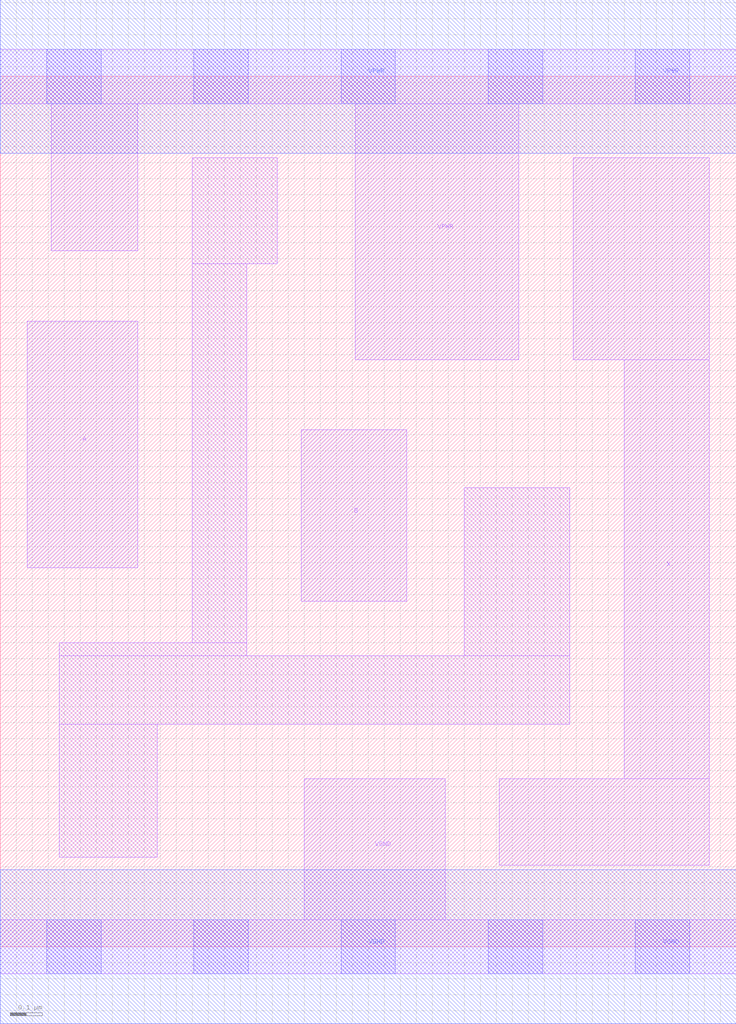
<source format=lef>
# Copyright 2020 The SkyWater PDK Authors
#
# Licensed under the Apache License, Version 2.0 (the "License");
# you may not use this file except in compliance with the License.
# You may obtain a copy of the License at
#
#     https://www.apache.org/licenses/LICENSE-2.0
#
# Unless required by applicable law or agreed to in writing, software
# distributed under the License is distributed on an "AS IS" BASIS,
# WITHOUT WARRANTIES OR CONDITIONS OF ANY KIND, either express or implied.
# See the License for the specific language governing permissions and
# limitations under the License.
#
# SPDX-License-Identifier: Apache-2.0

VERSION 5.7 ;
  NAMESCASESENSITIVE ON ;
  NOWIREEXTENSIONATPIN ON ;
  DIVIDERCHAR "/" ;
  BUSBITCHARS "[]" ;
UNITS
  DATABASE MICRONS 200 ;
END UNITS
MACRO sky130_fd_sc_hd__and2_0
  CLASS CORE ;
  SOURCE USER ;
  FOREIGN sky130_fd_sc_hd__and2_0 ;
  ORIGIN  0.000000  0.000000 ;
  SIZE  2.300000 BY  2.720000 ;
  SYMMETRY X Y R90 ;
  SITE unithd ;
  PIN A
    ANTENNAGATEAREA  0.126000 ;
    DIRECTION INPUT ;
    USE SIGNAL ;
    PORT
      LAYER li1 ;
        RECT 0.085000 1.185000 0.430000 1.955000 ;
    END
  END A
  PIN B
    ANTENNAGATEAREA  0.126000 ;
    DIRECTION INPUT ;
    USE SIGNAL ;
    PORT
      LAYER li1 ;
        RECT 0.940000 1.080000 1.270000 1.615000 ;
    END
  END B
  PIN X
    ANTENNADIFFAREA  0.280900 ;
    DIRECTION OUTPUT ;
    USE SIGNAL ;
    PORT
      LAYER li1 ;
        RECT 1.560000 0.255000 2.215000 0.525000 ;
        RECT 1.790000 1.835000 2.215000 2.465000 ;
        RECT 1.950000 0.525000 2.215000 1.835000 ;
    END
  END X
  PIN VGND
    DIRECTION INOUT ;
    SHAPE ABUTMENT ;
    USE GROUND ;
    PORT
      LAYER li1 ;
        RECT 0.000000 -0.085000 2.300000 0.085000 ;
        RECT 0.950000  0.085000 1.390000 0.525000 ;
      LAYER mcon ;
        RECT 0.145000 -0.085000 0.315000 0.085000 ;
        RECT 0.605000 -0.085000 0.775000 0.085000 ;
        RECT 1.065000 -0.085000 1.235000 0.085000 ;
        RECT 1.525000 -0.085000 1.695000 0.085000 ;
        RECT 1.985000 -0.085000 2.155000 0.085000 ;
      LAYER met1 ;
        RECT 0.000000 -0.240000 2.300000 0.240000 ;
    END
  END VGND
  PIN VPWR
    DIRECTION INOUT ;
    SHAPE ABUTMENT ;
    USE POWER ;
    PORT
      LAYER li1 ;
        RECT 0.000000 2.635000 2.300000 2.805000 ;
        RECT 0.160000 2.175000 0.430000 2.635000 ;
        RECT 1.110000 1.835000 1.620000 2.635000 ;
      LAYER mcon ;
        RECT 0.145000 2.635000 0.315000 2.805000 ;
        RECT 0.605000 2.635000 0.775000 2.805000 ;
        RECT 1.065000 2.635000 1.235000 2.805000 ;
        RECT 1.525000 2.635000 1.695000 2.805000 ;
        RECT 1.985000 2.635000 2.155000 2.805000 ;
      LAYER met1 ;
        RECT 0.000000 2.480000 2.300000 2.960000 ;
    END
  END VPWR
  OBS
    LAYER li1 ;
      RECT 0.185000 0.280000 0.490000 0.695000 ;
      RECT 0.185000 0.695000 1.780000 0.910000 ;
      RECT 0.185000 0.910000 0.770000 0.950000 ;
      RECT 0.600000 0.950000 0.770000 2.135000 ;
      RECT 0.600000 2.135000 0.865000 2.465000 ;
      RECT 1.450000 0.910000 1.780000 1.435000 ;
  END
END sky130_fd_sc_hd__and2_0
END LIBRARY

</source>
